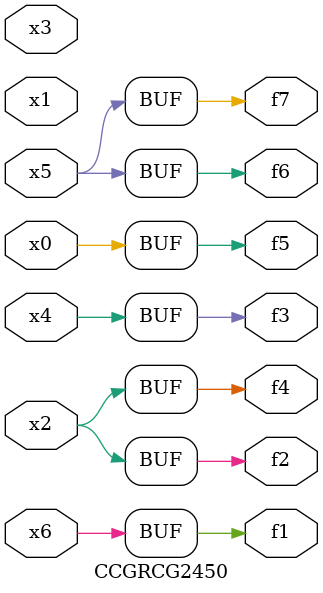
<source format=v>
module CCGRCG2450(
	input x0, x1, x2, x3, x4, x5, x6,
	output f1, f2, f3, f4, f5, f6, f7
);
	assign f1 = x6;
	assign f2 = x2;
	assign f3 = x4;
	assign f4 = x2;
	assign f5 = x0;
	assign f6 = x5;
	assign f7 = x5;
endmodule

</source>
